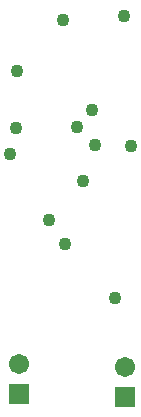
<source format=gbs>
%FSAX24Y24*%
%MOIN*%
G70*
G01*
G75*
G04 Layer_Color=16711935*
%ADD10R,0.0177X0.0114*%
%ADD11R,0.0114X0.0177*%
%ADD12R,0.0315X0.0114*%
%ADD13R,0.0126X0.0354*%
%ADD14O,0.0116X0.0354*%
%ADD15O,0.0354X0.0116*%
%ADD16R,0.0433X0.0551*%
%ADD17R,0.0866X0.0787*%
%ADD18R,0.0551X0.0433*%
%ADD19C,0.0100*%
%ADD20C,0.0080*%
%ADD21C,0.0591*%
%ADD22R,0.0591X0.0591*%
%ADD23C,0.0350*%
%ADD24C,0.0098*%
%ADD25C,0.0079*%
%ADD26R,0.0257X0.0194*%
%ADD27R,0.0194X0.0257*%
%ADD28R,0.0395X0.0194*%
%ADD29R,0.0206X0.0434*%
%ADD30O,0.0196X0.0434*%
%ADD31O,0.0434X0.0196*%
%ADD32R,0.0513X0.0631*%
%ADD33R,0.0946X0.0867*%
%ADD34R,0.0631X0.0513*%
%ADD35C,0.0671*%
%ADD36R,0.0671X0.0671*%
%ADD37C,0.0430*%
D35*
X024900Y032350D02*
D03*
X021350Y032450D02*
D03*
D36*
X024900Y031350D02*
D03*
X021350Y031450D02*
D03*
D37*
X023800Y040900D02*
D03*
X023300Y040350D02*
D03*
X025095Y039729D02*
D03*
X021050Y039450D02*
D03*
X023505Y038559D02*
D03*
X022819Y043919D02*
D03*
X023900Y039750D02*
D03*
X024850Y044050D02*
D03*
X022350Y037250D02*
D03*
X024550Y034650D02*
D03*
X022900Y036450D02*
D03*
X021250Y040300D02*
D03*
X021300Y042200D02*
D03*
M02*

</source>
